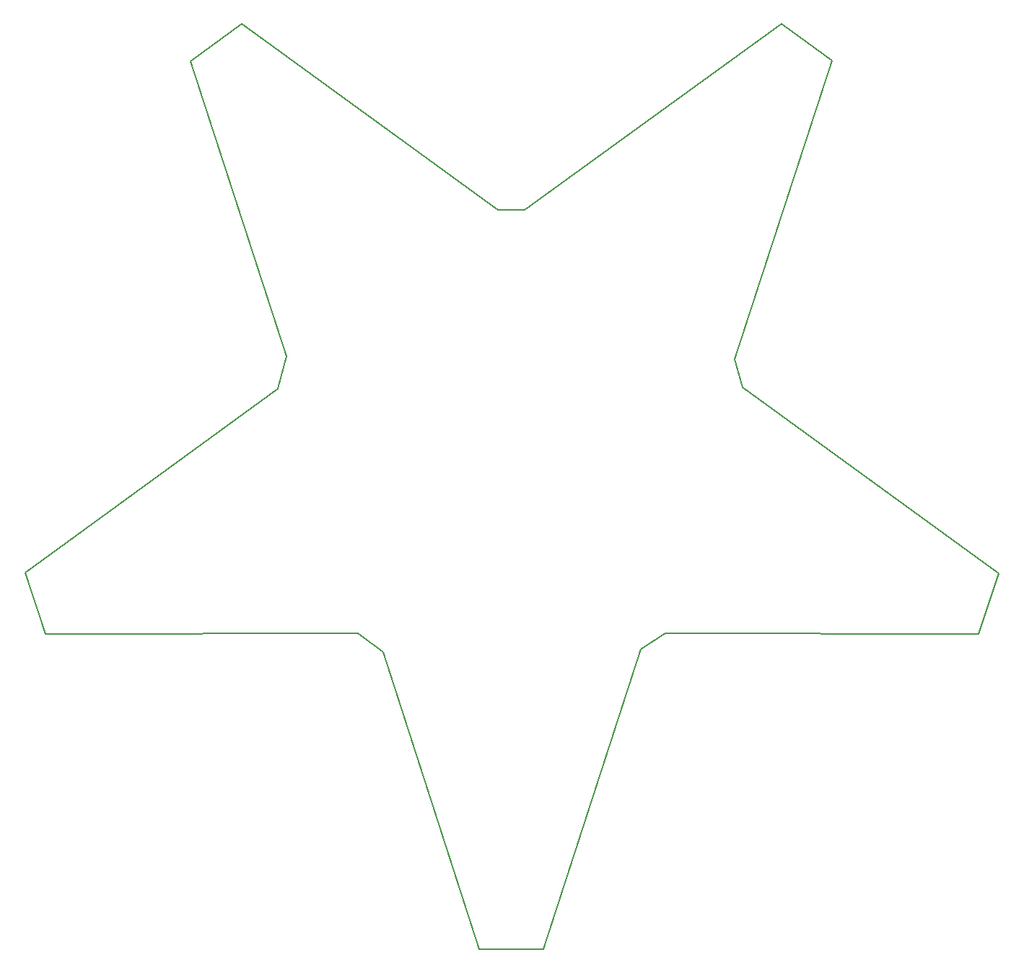
<source format=gbr>
%TF.GenerationSoftware,KiCad,Pcbnew,(5.1.8)-1*%
%TF.CreationDate,2021-10-28T00:16:18+03:00*%
%TF.ProjectId,StarDuino,53746172-4475-4696-9e6f-2e6b69636164,rev?*%
%TF.SameCoordinates,Original*%
%TF.FileFunction,Profile,NP*%
%FSLAX46Y46*%
G04 Gerber Fmt 4.6, Leading zero omitted, Abs format (unit mm)*
G04 Created by KiCad (PCBNEW (5.1.8)-1) date 2021-10-28 00:16:18*
%MOMM*%
%LPD*%
G01*
G04 APERTURE LIST*
%TA.AperFunction,Profile*%
%ADD10C,0.200000*%
%TD*%
G04 APERTURE END LIST*
D10*
X78359000Y-79946500D02*
X77343000Y-83756500D01*
X86741000Y-112458500D02*
X89662000Y-114617500D01*
X119888000Y-114300000D02*
X122809000Y-112458500D01*
X130937000Y-80264000D02*
X131826000Y-83566000D01*
X103124000Y-62738000D02*
X106299000Y-62738000D01*
X136372600Y-40868600D02*
X142316200Y-45237400D01*
X67081400Y-45262800D02*
X73075800Y-40919400D01*
X47675800Y-105333800D02*
X50012600Y-112471200D01*
X161899600Y-105435400D02*
X159537400Y-112471200D01*
X100965000Y-149479000D02*
X108458000Y-149479000D01*
X77343000Y-83756500D02*
X47675800Y-105333800D01*
X67081400Y-45262800D02*
X78359000Y-79946500D01*
X103124000Y-62738000D02*
X73075800Y-40919400D01*
X136372600Y-40868600D02*
X106299000Y-62738000D01*
X130937000Y-80264000D02*
X142316200Y-45237400D01*
X89662000Y-114617500D02*
X100965000Y-149479000D01*
X50012600Y-112471200D02*
X86741000Y-112458500D01*
X108458000Y-149479000D02*
X119888000Y-114300000D01*
X122809000Y-112458500D02*
X159537400Y-112471200D01*
X161899600Y-105435400D02*
X131826000Y-83566000D01*
M02*

</source>
